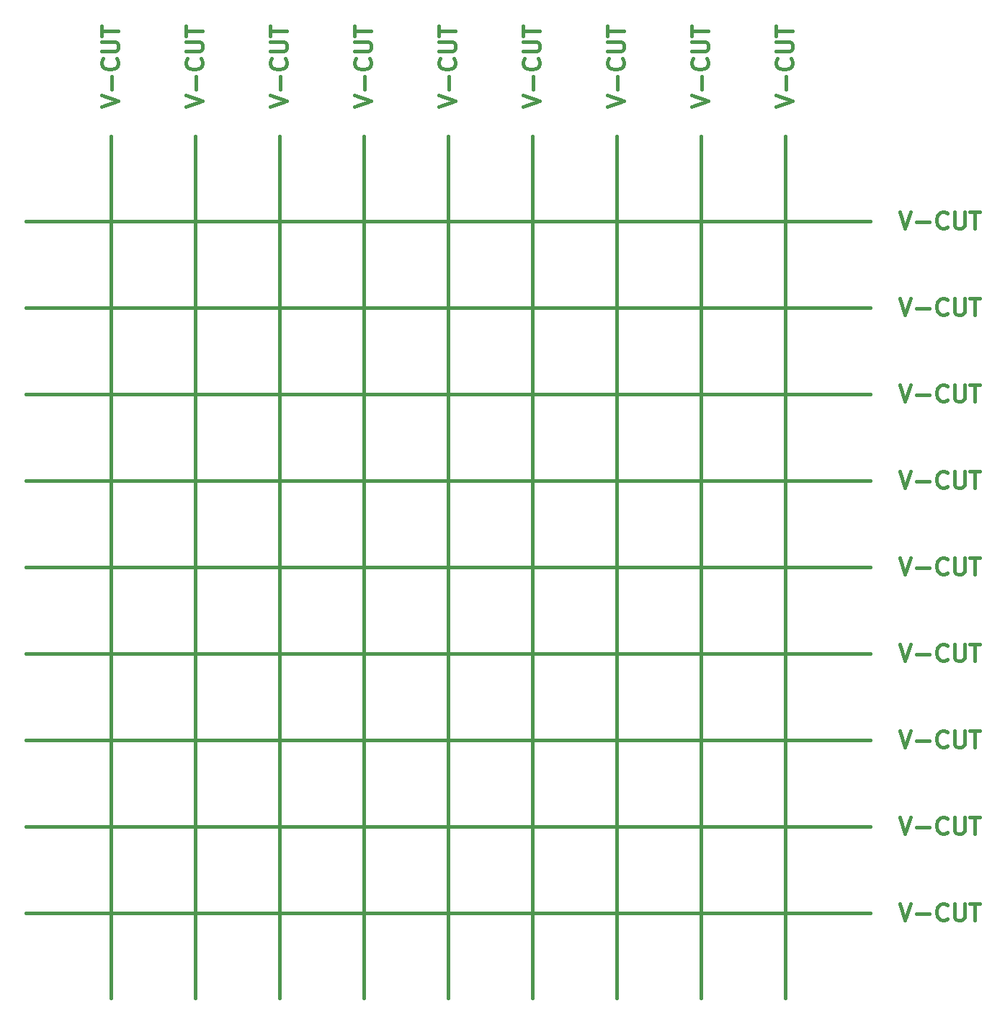
<source format=gbr>
%TF.GenerationSoftware,KiCad,Pcbnew,7.0.9*%
%TF.CreationDate,2023-12-13T08:56:46-08:00*%
%TF.ProjectId,panel,70616e65-6c2e-46b6-9963-61645f706362,rev?*%
%TF.SameCoordinates,Original*%
%TF.FileFunction,Other,Comment*%
%FSLAX46Y46*%
G04 Gerber Fmt 4.6, Leading zero omitted, Abs format (unit mm)*
G04 Created by KiCad (PCBNEW 7.0.9) date 2023-12-13 08:56:46*
%MOMM*%
%LPD*%
G01*
G04 APERTURE LIST*
%ADD10C,0.400000*%
G04 APERTURE END LIST*
D10*
X99701633Y-26224438D02*
X100368299Y-28224438D01*
X100368299Y-28224438D02*
X101034966Y-26224438D01*
X101701633Y-27462533D02*
X103225443Y-27462533D01*
X105320680Y-28033961D02*
X105225442Y-28129200D01*
X105225442Y-28129200D02*
X104939728Y-28224438D01*
X104939728Y-28224438D02*
X104749252Y-28224438D01*
X104749252Y-28224438D02*
X104463537Y-28129200D01*
X104463537Y-28129200D02*
X104273061Y-27938723D01*
X104273061Y-27938723D02*
X104177823Y-27748247D01*
X104177823Y-27748247D02*
X104082585Y-27367295D01*
X104082585Y-27367295D02*
X104082585Y-27081580D01*
X104082585Y-27081580D02*
X104177823Y-26700628D01*
X104177823Y-26700628D02*
X104273061Y-26510152D01*
X104273061Y-26510152D02*
X104463537Y-26319676D01*
X104463537Y-26319676D02*
X104749252Y-26224438D01*
X104749252Y-26224438D02*
X104939728Y-26224438D01*
X104939728Y-26224438D02*
X105225442Y-26319676D01*
X105225442Y-26319676D02*
X105320680Y-26414914D01*
X106177823Y-26224438D02*
X106177823Y-27843485D01*
X106177823Y-27843485D02*
X106273061Y-28033961D01*
X106273061Y-28033961D02*
X106368299Y-28129200D01*
X106368299Y-28129200D02*
X106558775Y-28224438D01*
X106558775Y-28224438D02*
X106939728Y-28224438D01*
X106939728Y-28224438D02*
X107130204Y-28129200D01*
X107130204Y-28129200D02*
X107225442Y-28033961D01*
X107225442Y-28033961D02*
X107320680Y-27843485D01*
X107320680Y-27843485D02*
X107320680Y-26224438D01*
X107987347Y-26224438D02*
X109130204Y-26224438D01*
X108558775Y-28224438D02*
X108558775Y-26224438D01*
X99701633Y-56704438D02*
X100368299Y-58704438D01*
X100368299Y-58704438D02*
X101034966Y-56704438D01*
X101701633Y-57942533D02*
X103225443Y-57942533D01*
X105320680Y-58513961D02*
X105225442Y-58609200D01*
X105225442Y-58609200D02*
X104939728Y-58704438D01*
X104939728Y-58704438D02*
X104749252Y-58704438D01*
X104749252Y-58704438D02*
X104463537Y-58609200D01*
X104463537Y-58609200D02*
X104273061Y-58418723D01*
X104273061Y-58418723D02*
X104177823Y-58228247D01*
X104177823Y-58228247D02*
X104082585Y-57847295D01*
X104082585Y-57847295D02*
X104082585Y-57561580D01*
X104082585Y-57561580D02*
X104177823Y-57180628D01*
X104177823Y-57180628D02*
X104273061Y-56990152D01*
X104273061Y-56990152D02*
X104463537Y-56799676D01*
X104463537Y-56799676D02*
X104749252Y-56704438D01*
X104749252Y-56704438D02*
X104939728Y-56704438D01*
X104939728Y-56704438D02*
X105225442Y-56799676D01*
X105225442Y-56799676D02*
X105320680Y-56894914D01*
X106177823Y-56704438D02*
X106177823Y-58323485D01*
X106177823Y-58323485D02*
X106273061Y-58513961D01*
X106273061Y-58513961D02*
X106368299Y-58609200D01*
X106368299Y-58609200D02*
X106558775Y-58704438D01*
X106558775Y-58704438D02*
X106939728Y-58704438D01*
X106939728Y-58704438D02*
X107130204Y-58609200D01*
X107130204Y-58609200D02*
X107225442Y-58513961D01*
X107225442Y-58513961D02*
X107320680Y-58323485D01*
X107320680Y-58323485D02*
X107320680Y-56704438D01*
X107987347Y-56704438D02*
X109130204Y-56704438D01*
X108558775Y-58704438D02*
X108558775Y-56704438D01*
X45527438Y6453634D02*
X47527438Y7120300D01*
X47527438Y7120300D02*
X45527438Y7786967D01*
X46765533Y8453634D02*
X46765533Y9977443D01*
X47336961Y12072681D02*
X47432200Y11977443D01*
X47432200Y11977443D02*
X47527438Y11691729D01*
X47527438Y11691729D02*
X47527438Y11501253D01*
X47527438Y11501253D02*
X47432200Y11215538D01*
X47432200Y11215538D02*
X47241723Y11025062D01*
X47241723Y11025062D02*
X47051247Y10929824D01*
X47051247Y10929824D02*
X46670295Y10834586D01*
X46670295Y10834586D02*
X46384580Y10834586D01*
X46384580Y10834586D02*
X46003628Y10929824D01*
X46003628Y10929824D02*
X45813152Y11025062D01*
X45813152Y11025062D02*
X45622676Y11215538D01*
X45622676Y11215538D02*
X45527438Y11501253D01*
X45527438Y11501253D02*
X45527438Y11691729D01*
X45527438Y11691729D02*
X45622676Y11977443D01*
X45622676Y11977443D02*
X45717914Y12072681D01*
X45527438Y12929824D02*
X47146485Y12929824D01*
X47146485Y12929824D02*
X47336961Y13025062D01*
X47336961Y13025062D02*
X47432200Y13120300D01*
X47432200Y13120300D02*
X47527438Y13310776D01*
X47527438Y13310776D02*
X47527438Y13691729D01*
X47527438Y13691729D02*
X47432200Y13882205D01*
X47432200Y13882205D02*
X47336961Y13977443D01*
X47336961Y13977443D02*
X47146485Y14072681D01*
X47146485Y14072681D02*
X45527438Y14072681D01*
X45527438Y14739348D02*
X45527438Y15882205D01*
X47527438Y15310776D02*
X45527438Y15310776D01*
X25717438Y6453634D02*
X27717438Y7120300D01*
X27717438Y7120300D02*
X25717438Y7786967D01*
X26955533Y8453634D02*
X26955533Y9977443D01*
X27526961Y12072681D02*
X27622200Y11977443D01*
X27622200Y11977443D02*
X27717438Y11691729D01*
X27717438Y11691729D02*
X27717438Y11501253D01*
X27717438Y11501253D02*
X27622200Y11215538D01*
X27622200Y11215538D02*
X27431723Y11025062D01*
X27431723Y11025062D02*
X27241247Y10929824D01*
X27241247Y10929824D02*
X26860295Y10834586D01*
X26860295Y10834586D02*
X26574580Y10834586D01*
X26574580Y10834586D02*
X26193628Y10929824D01*
X26193628Y10929824D02*
X26003152Y11025062D01*
X26003152Y11025062D02*
X25812676Y11215538D01*
X25812676Y11215538D02*
X25717438Y11501253D01*
X25717438Y11501253D02*
X25717438Y11691729D01*
X25717438Y11691729D02*
X25812676Y11977443D01*
X25812676Y11977443D02*
X25907914Y12072681D01*
X25717438Y12929824D02*
X27336485Y12929824D01*
X27336485Y12929824D02*
X27526961Y13025062D01*
X27526961Y13025062D02*
X27622200Y13120300D01*
X27622200Y13120300D02*
X27717438Y13310776D01*
X27717438Y13310776D02*
X27717438Y13691729D01*
X27717438Y13691729D02*
X27622200Y13882205D01*
X27622200Y13882205D02*
X27526961Y13977443D01*
X27526961Y13977443D02*
X27336485Y14072681D01*
X27336485Y14072681D02*
X25717438Y14072681D01*
X25717438Y14739348D02*
X25717438Y15882205D01*
X27717438Y15310776D02*
X25717438Y15310776D01*
X99701633Y-5904438D02*
X100368299Y-7904438D01*
X100368299Y-7904438D02*
X101034966Y-5904438D01*
X101701633Y-7142533D02*
X103225443Y-7142533D01*
X105320680Y-7713961D02*
X105225442Y-7809200D01*
X105225442Y-7809200D02*
X104939728Y-7904438D01*
X104939728Y-7904438D02*
X104749252Y-7904438D01*
X104749252Y-7904438D02*
X104463537Y-7809200D01*
X104463537Y-7809200D02*
X104273061Y-7618723D01*
X104273061Y-7618723D02*
X104177823Y-7428247D01*
X104177823Y-7428247D02*
X104082585Y-7047295D01*
X104082585Y-7047295D02*
X104082585Y-6761580D01*
X104082585Y-6761580D02*
X104177823Y-6380628D01*
X104177823Y-6380628D02*
X104273061Y-6190152D01*
X104273061Y-6190152D02*
X104463537Y-5999676D01*
X104463537Y-5999676D02*
X104749252Y-5904438D01*
X104749252Y-5904438D02*
X104939728Y-5904438D01*
X104939728Y-5904438D02*
X105225442Y-5999676D01*
X105225442Y-5999676D02*
X105320680Y-6094914D01*
X106177823Y-5904438D02*
X106177823Y-7523485D01*
X106177823Y-7523485D02*
X106273061Y-7713961D01*
X106273061Y-7713961D02*
X106368299Y-7809200D01*
X106368299Y-7809200D02*
X106558775Y-7904438D01*
X106558775Y-7904438D02*
X106939728Y-7904438D01*
X106939728Y-7904438D02*
X107130204Y-7809200D01*
X107130204Y-7809200D02*
X107225442Y-7713961D01*
X107225442Y-7713961D02*
X107320680Y-7523485D01*
X107320680Y-7523485D02*
X107320680Y-5904438D01*
X107987347Y-5904438D02*
X109130204Y-5904438D01*
X108558775Y-7904438D02*
X108558775Y-5904438D01*
X15807438Y6453634D02*
X17807438Y7120300D01*
X17807438Y7120300D02*
X15807438Y7786967D01*
X17045533Y8453634D02*
X17045533Y9977443D01*
X17616961Y12072681D02*
X17712200Y11977443D01*
X17712200Y11977443D02*
X17807438Y11691729D01*
X17807438Y11691729D02*
X17807438Y11501253D01*
X17807438Y11501253D02*
X17712200Y11215538D01*
X17712200Y11215538D02*
X17521723Y11025062D01*
X17521723Y11025062D02*
X17331247Y10929824D01*
X17331247Y10929824D02*
X16950295Y10834586D01*
X16950295Y10834586D02*
X16664580Y10834586D01*
X16664580Y10834586D02*
X16283628Y10929824D01*
X16283628Y10929824D02*
X16093152Y11025062D01*
X16093152Y11025062D02*
X15902676Y11215538D01*
X15902676Y11215538D02*
X15807438Y11501253D01*
X15807438Y11501253D02*
X15807438Y11691729D01*
X15807438Y11691729D02*
X15902676Y11977443D01*
X15902676Y11977443D02*
X15997914Y12072681D01*
X15807438Y12929824D02*
X17426485Y12929824D01*
X17426485Y12929824D02*
X17616961Y13025062D01*
X17616961Y13025062D02*
X17712200Y13120300D01*
X17712200Y13120300D02*
X17807438Y13310776D01*
X17807438Y13310776D02*
X17807438Y13691729D01*
X17807438Y13691729D02*
X17712200Y13882205D01*
X17712200Y13882205D02*
X17616961Y13977443D01*
X17616961Y13977443D02*
X17426485Y14072681D01*
X17426485Y14072681D02*
X15807438Y14072681D01*
X15807438Y14739348D02*
X15807438Y15882205D01*
X17807438Y15310776D02*
X15807438Y15310776D01*
X99701633Y-46544438D02*
X100368299Y-48544438D01*
X100368299Y-48544438D02*
X101034966Y-46544438D01*
X101701633Y-47782533D02*
X103225443Y-47782533D01*
X105320680Y-48353961D02*
X105225442Y-48449200D01*
X105225442Y-48449200D02*
X104939728Y-48544438D01*
X104939728Y-48544438D02*
X104749252Y-48544438D01*
X104749252Y-48544438D02*
X104463537Y-48449200D01*
X104463537Y-48449200D02*
X104273061Y-48258723D01*
X104273061Y-48258723D02*
X104177823Y-48068247D01*
X104177823Y-48068247D02*
X104082585Y-47687295D01*
X104082585Y-47687295D02*
X104082585Y-47401580D01*
X104082585Y-47401580D02*
X104177823Y-47020628D01*
X104177823Y-47020628D02*
X104273061Y-46830152D01*
X104273061Y-46830152D02*
X104463537Y-46639676D01*
X104463537Y-46639676D02*
X104749252Y-46544438D01*
X104749252Y-46544438D02*
X104939728Y-46544438D01*
X104939728Y-46544438D02*
X105225442Y-46639676D01*
X105225442Y-46639676D02*
X105320680Y-46734914D01*
X106177823Y-46544438D02*
X106177823Y-48163485D01*
X106177823Y-48163485D02*
X106273061Y-48353961D01*
X106273061Y-48353961D02*
X106368299Y-48449200D01*
X106368299Y-48449200D02*
X106558775Y-48544438D01*
X106558775Y-48544438D02*
X106939728Y-48544438D01*
X106939728Y-48544438D02*
X107130204Y-48449200D01*
X107130204Y-48449200D02*
X107225442Y-48353961D01*
X107225442Y-48353961D02*
X107320680Y-48163485D01*
X107320680Y-48163485D02*
X107320680Y-46544438D01*
X107987347Y-46544438D02*
X109130204Y-46544438D01*
X108558775Y-48544438D02*
X108558775Y-46544438D01*
X55437438Y6453634D02*
X57437438Y7120300D01*
X57437438Y7120300D02*
X55437438Y7786967D01*
X56675533Y8453634D02*
X56675533Y9977443D01*
X57246961Y12072681D02*
X57342200Y11977443D01*
X57342200Y11977443D02*
X57437438Y11691729D01*
X57437438Y11691729D02*
X57437438Y11501253D01*
X57437438Y11501253D02*
X57342200Y11215538D01*
X57342200Y11215538D02*
X57151723Y11025062D01*
X57151723Y11025062D02*
X56961247Y10929824D01*
X56961247Y10929824D02*
X56580295Y10834586D01*
X56580295Y10834586D02*
X56294580Y10834586D01*
X56294580Y10834586D02*
X55913628Y10929824D01*
X55913628Y10929824D02*
X55723152Y11025062D01*
X55723152Y11025062D02*
X55532676Y11215538D01*
X55532676Y11215538D02*
X55437438Y11501253D01*
X55437438Y11501253D02*
X55437438Y11691729D01*
X55437438Y11691729D02*
X55532676Y11977443D01*
X55532676Y11977443D02*
X55627914Y12072681D01*
X55437438Y12929824D02*
X57056485Y12929824D01*
X57056485Y12929824D02*
X57246961Y13025062D01*
X57246961Y13025062D02*
X57342200Y13120300D01*
X57342200Y13120300D02*
X57437438Y13310776D01*
X57437438Y13310776D02*
X57437438Y13691729D01*
X57437438Y13691729D02*
X57342200Y13882205D01*
X57342200Y13882205D02*
X57246961Y13977443D01*
X57246961Y13977443D02*
X57056485Y14072681D01*
X57056485Y14072681D02*
X55437438Y14072681D01*
X55437438Y14739348D02*
X55437438Y15882205D01*
X57437438Y15310776D02*
X55437438Y15310776D01*
X99701633Y-87184438D02*
X100368299Y-89184438D01*
X100368299Y-89184438D02*
X101034966Y-87184438D01*
X101701633Y-88422533D02*
X103225443Y-88422533D01*
X105320680Y-88993961D02*
X105225442Y-89089200D01*
X105225442Y-89089200D02*
X104939728Y-89184438D01*
X104939728Y-89184438D02*
X104749252Y-89184438D01*
X104749252Y-89184438D02*
X104463537Y-89089200D01*
X104463537Y-89089200D02*
X104273061Y-88898723D01*
X104273061Y-88898723D02*
X104177823Y-88708247D01*
X104177823Y-88708247D02*
X104082585Y-88327295D01*
X104082585Y-88327295D02*
X104082585Y-88041580D01*
X104082585Y-88041580D02*
X104177823Y-87660628D01*
X104177823Y-87660628D02*
X104273061Y-87470152D01*
X104273061Y-87470152D02*
X104463537Y-87279676D01*
X104463537Y-87279676D02*
X104749252Y-87184438D01*
X104749252Y-87184438D02*
X104939728Y-87184438D01*
X104939728Y-87184438D02*
X105225442Y-87279676D01*
X105225442Y-87279676D02*
X105320680Y-87374914D01*
X106177823Y-87184438D02*
X106177823Y-88803485D01*
X106177823Y-88803485D02*
X106273061Y-88993961D01*
X106273061Y-88993961D02*
X106368299Y-89089200D01*
X106368299Y-89089200D02*
X106558775Y-89184438D01*
X106558775Y-89184438D02*
X106939728Y-89184438D01*
X106939728Y-89184438D02*
X107130204Y-89089200D01*
X107130204Y-89089200D02*
X107225442Y-88993961D01*
X107225442Y-88993961D02*
X107320680Y-88803485D01*
X107320680Y-88803485D02*
X107320680Y-87184438D01*
X107987347Y-87184438D02*
X109130204Y-87184438D01*
X108558775Y-89184438D02*
X108558775Y-87184438D01*
X99701633Y-77024438D02*
X100368299Y-79024438D01*
X100368299Y-79024438D02*
X101034966Y-77024438D01*
X101701633Y-78262533D02*
X103225443Y-78262533D01*
X105320680Y-78833961D02*
X105225442Y-78929200D01*
X105225442Y-78929200D02*
X104939728Y-79024438D01*
X104939728Y-79024438D02*
X104749252Y-79024438D01*
X104749252Y-79024438D02*
X104463537Y-78929200D01*
X104463537Y-78929200D02*
X104273061Y-78738723D01*
X104273061Y-78738723D02*
X104177823Y-78548247D01*
X104177823Y-78548247D02*
X104082585Y-78167295D01*
X104082585Y-78167295D02*
X104082585Y-77881580D01*
X104082585Y-77881580D02*
X104177823Y-77500628D01*
X104177823Y-77500628D02*
X104273061Y-77310152D01*
X104273061Y-77310152D02*
X104463537Y-77119676D01*
X104463537Y-77119676D02*
X104749252Y-77024438D01*
X104749252Y-77024438D02*
X104939728Y-77024438D01*
X104939728Y-77024438D02*
X105225442Y-77119676D01*
X105225442Y-77119676D02*
X105320680Y-77214914D01*
X106177823Y-77024438D02*
X106177823Y-78643485D01*
X106177823Y-78643485D02*
X106273061Y-78833961D01*
X106273061Y-78833961D02*
X106368299Y-78929200D01*
X106368299Y-78929200D02*
X106558775Y-79024438D01*
X106558775Y-79024438D02*
X106939728Y-79024438D01*
X106939728Y-79024438D02*
X107130204Y-78929200D01*
X107130204Y-78929200D02*
X107225442Y-78833961D01*
X107225442Y-78833961D02*
X107320680Y-78643485D01*
X107320680Y-78643485D02*
X107320680Y-77024438D01*
X107987347Y-77024438D02*
X109130204Y-77024438D01*
X108558775Y-79024438D02*
X108558775Y-77024438D01*
X65337438Y6453634D02*
X67337438Y7120300D01*
X67337438Y7120300D02*
X65337438Y7786967D01*
X66575533Y8453634D02*
X66575533Y9977443D01*
X67146961Y12072681D02*
X67242200Y11977443D01*
X67242200Y11977443D02*
X67337438Y11691729D01*
X67337438Y11691729D02*
X67337438Y11501253D01*
X67337438Y11501253D02*
X67242200Y11215538D01*
X67242200Y11215538D02*
X67051723Y11025062D01*
X67051723Y11025062D02*
X66861247Y10929824D01*
X66861247Y10929824D02*
X66480295Y10834586D01*
X66480295Y10834586D02*
X66194580Y10834586D01*
X66194580Y10834586D02*
X65813628Y10929824D01*
X65813628Y10929824D02*
X65623152Y11025062D01*
X65623152Y11025062D02*
X65432676Y11215538D01*
X65432676Y11215538D02*
X65337438Y11501253D01*
X65337438Y11501253D02*
X65337438Y11691729D01*
X65337438Y11691729D02*
X65432676Y11977443D01*
X65432676Y11977443D02*
X65527914Y12072681D01*
X65337438Y12929824D02*
X66956485Y12929824D01*
X66956485Y12929824D02*
X67146961Y13025062D01*
X67146961Y13025062D02*
X67242200Y13120300D01*
X67242200Y13120300D02*
X67337438Y13310776D01*
X67337438Y13310776D02*
X67337438Y13691729D01*
X67337438Y13691729D02*
X67242200Y13882205D01*
X67242200Y13882205D02*
X67146961Y13977443D01*
X67146961Y13977443D02*
X66956485Y14072681D01*
X66956485Y14072681D02*
X65337438Y14072681D01*
X65337438Y14739348D02*
X65337438Y15882205D01*
X67337438Y15310776D02*
X65337438Y15310776D01*
X35617438Y6453634D02*
X37617438Y7120300D01*
X37617438Y7120300D02*
X35617438Y7786967D01*
X36855533Y8453634D02*
X36855533Y9977443D01*
X37426961Y12072681D02*
X37522200Y11977443D01*
X37522200Y11977443D02*
X37617438Y11691729D01*
X37617438Y11691729D02*
X37617438Y11501253D01*
X37617438Y11501253D02*
X37522200Y11215538D01*
X37522200Y11215538D02*
X37331723Y11025062D01*
X37331723Y11025062D02*
X37141247Y10929824D01*
X37141247Y10929824D02*
X36760295Y10834586D01*
X36760295Y10834586D02*
X36474580Y10834586D01*
X36474580Y10834586D02*
X36093628Y10929824D01*
X36093628Y10929824D02*
X35903152Y11025062D01*
X35903152Y11025062D02*
X35712676Y11215538D01*
X35712676Y11215538D02*
X35617438Y11501253D01*
X35617438Y11501253D02*
X35617438Y11691729D01*
X35617438Y11691729D02*
X35712676Y11977443D01*
X35712676Y11977443D02*
X35807914Y12072681D01*
X35617438Y12929824D02*
X37236485Y12929824D01*
X37236485Y12929824D02*
X37426961Y13025062D01*
X37426961Y13025062D02*
X37522200Y13120300D01*
X37522200Y13120300D02*
X37617438Y13310776D01*
X37617438Y13310776D02*
X37617438Y13691729D01*
X37617438Y13691729D02*
X37522200Y13882205D01*
X37522200Y13882205D02*
X37426961Y13977443D01*
X37426961Y13977443D02*
X37236485Y14072681D01*
X37236485Y14072681D02*
X35617438Y14072681D01*
X35617438Y14739348D02*
X35617438Y15882205D01*
X37617438Y15310776D02*
X35617438Y15310776D01*
X75247438Y6453634D02*
X77247438Y7120300D01*
X77247438Y7120300D02*
X75247438Y7786967D01*
X76485533Y8453634D02*
X76485533Y9977443D01*
X77056961Y12072681D02*
X77152200Y11977443D01*
X77152200Y11977443D02*
X77247438Y11691729D01*
X77247438Y11691729D02*
X77247438Y11501253D01*
X77247438Y11501253D02*
X77152200Y11215538D01*
X77152200Y11215538D02*
X76961723Y11025062D01*
X76961723Y11025062D02*
X76771247Y10929824D01*
X76771247Y10929824D02*
X76390295Y10834586D01*
X76390295Y10834586D02*
X76104580Y10834586D01*
X76104580Y10834586D02*
X75723628Y10929824D01*
X75723628Y10929824D02*
X75533152Y11025062D01*
X75533152Y11025062D02*
X75342676Y11215538D01*
X75342676Y11215538D02*
X75247438Y11501253D01*
X75247438Y11501253D02*
X75247438Y11691729D01*
X75247438Y11691729D02*
X75342676Y11977443D01*
X75342676Y11977443D02*
X75437914Y12072681D01*
X75247438Y12929824D02*
X76866485Y12929824D01*
X76866485Y12929824D02*
X77056961Y13025062D01*
X77056961Y13025062D02*
X77152200Y13120300D01*
X77152200Y13120300D02*
X77247438Y13310776D01*
X77247438Y13310776D02*
X77247438Y13691729D01*
X77247438Y13691729D02*
X77152200Y13882205D01*
X77152200Y13882205D02*
X77056961Y13977443D01*
X77056961Y13977443D02*
X76866485Y14072681D01*
X76866485Y14072681D02*
X75247438Y14072681D01*
X75247438Y14739348D02*
X75247438Y15882205D01*
X77247438Y15310776D02*
X75247438Y15310776D01*
X99701633Y-16064438D02*
X100368299Y-18064438D01*
X100368299Y-18064438D02*
X101034966Y-16064438D01*
X101701633Y-17302533D02*
X103225443Y-17302533D01*
X105320680Y-17873961D02*
X105225442Y-17969200D01*
X105225442Y-17969200D02*
X104939728Y-18064438D01*
X104939728Y-18064438D02*
X104749252Y-18064438D01*
X104749252Y-18064438D02*
X104463537Y-17969200D01*
X104463537Y-17969200D02*
X104273061Y-17778723D01*
X104273061Y-17778723D02*
X104177823Y-17588247D01*
X104177823Y-17588247D02*
X104082585Y-17207295D01*
X104082585Y-17207295D02*
X104082585Y-16921580D01*
X104082585Y-16921580D02*
X104177823Y-16540628D01*
X104177823Y-16540628D02*
X104273061Y-16350152D01*
X104273061Y-16350152D02*
X104463537Y-16159676D01*
X104463537Y-16159676D02*
X104749252Y-16064438D01*
X104749252Y-16064438D02*
X104939728Y-16064438D01*
X104939728Y-16064438D02*
X105225442Y-16159676D01*
X105225442Y-16159676D02*
X105320680Y-16254914D01*
X106177823Y-16064438D02*
X106177823Y-17683485D01*
X106177823Y-17683485D02*
X106273061Y-17873961D01*
X106273061Y-17873961D02*
X106368299Y-17969200D01*
X106368299Y-17969200D02*
X106558775Y-18064438D01*
X106558775Y-18064438D02*
X106939728Y-18064438D01*
X106939728Y-18064438D02*
X107130204Y-17969200D01*
X107130204Y-17969200D02*
X107225442Y-17873961D01*
X107225442Y-17873961D02*
X107320680Y-17683485D01*
X107320680Y-17683485D02*
X107320680Y-16064438D01*
X107987347Y-16064438D02*
X109130204Y-16064438D01*
X108558775Y-18064438D02*
X108558775Y-16064438D01*
X99701633Y-66864438D02*
X100368299Y-68864438D01*
X100368299Y-68864438D02*
X101034966Y-66864438D01*
X101701633Y-68102533D02*
X103225443Y-68102533D01*
X105320680Y-68673961D02*
X105225442Y-68769200D01*
X105225442Y-68769200D02*
X104939728Y-68864438D01*
X104939728Y-68864438D02*
X104749252Y-68864438D01*
X104749252Y-68864438D02*
X104463537Y-68769200D01*
X104463537Y-68769200D02*
X104273061Y-68578723D01*
X104273061Y-68578723D02*
X104177823Y-68388247D01*
X104177823Y-68388247D02*
X104082585Y-68007295D01*
X104082585Y-68007295D02*
X104082585Y-67721580D01*
X104082585Y-67721580D02*
X104177823Y-67340628D01*
X104177823Y-67340628D02*
X104273061Y-67150152D01*
X104273061Y-67150152D02*
X104463537Y-66959676D01*
X104463537Y-66959676D02*
X104749252Y-66864438D01*
X104749252Y-66864438D02*
X104939728Y-66864438D01*
X104939728Y-66864438D02*
X105225442Y-66959676D01*
X105225442Y-66959676D02*
X105320680Y-67054914D01*
X106177823Y-66864438D02*
X106177823Y-68483485D01*
X106177823Y-68483485D02*
X106273061Y-68673961D01*
X106273061Y-68673961D02*
X106368299Y-68769200D01*
X106368299Y-68769200D02*
X106558775Y-68864438D01*
X106558775Y-68864438D02*
X106939728Y-68864438D01*
X106939728Y-68864438D02*
X107130204Y-68769200D01*
X107130204Y-68769200D02*
X107225442Y-68673961D01*
X107225442Y-68673961D02*
X107320680Y-68483485D01*
X107320680Y-68483485D02*
X107320680Y-66864438D01*
X107987347Y-66864438D02*
X109130204Y-66864438D01*
X108558775Y-68864438D02*
X108558775Y-66864438D01*
X99701633Y-36384438D02*
X100368299Y-38384438D01*
X100368299Y-38384438D02*
X101034966Y-36384438D01*
X101701633Y-37622533D02*
X103225443Y-37622533D01*
X105320680Y-38193961D02*
X105225442Y-38289200D01*
X105225442Y-38289200D02*
X104939728Y-38384438D01*
X104939728Y-38384438D02*
X104749252Y-38384438D01*
X104749252Y-38384438D02*
X104463537Y-38289200D01*
X104463537Y-38289200D02*
X104273061Y-38098723D01*
X104273061Y-38098723D02*
X104177823Y-37908247D01*
X104177823Y-37908247D02*
X104082585Y-37527295D01*
X104082585Y-37527295D02*
X104082585Y-37241580D01*
X104082585Y-37241580D02*
X104177823Y-36860628D01*
X104177823Y-36860628D02*
X104273061Y-36670152D01*
X104273061Y-36670152D02*
X104463537Y-36479676D01*
X104463537Y-36479676D02*
X104749252Y-36384438D01*
X104749252Y-36384438D02*
X104939728Y-36384438D01*
X104939728Y-36384438D02*
X105225442Y-36479676D01*
X105225442Y-36479676D02*
X105320680Y-36574914D01*
X106177823Y-36384438D02*
X106177823Y-38003485D01*
X106177823Y-38003485D02*
X106273061Y-38193961D01*
X106273061Y-38193961D02*
X106368299Y-38289200D01*
X106368299Y-38289200D02*
X106558775Y-38384438D01*
X106558775Y-38384438D02*
X106939728Y-38384438D01*
X106939728Y-38384438D02*
X107130204Y-38289200D01*
X107130204Y-38289200D02*
X107225442Y-38193961D01*
X107225442Y-38193961D02*
X107320680Y-38003485D01*
X107320680Y-38003485D02*
X107320680Y-36384438D01*
X107987347Y-36384438D02*
X109130204Y-36384438D01*
X108558775Y-38384438D02*
X108558775Y-36384438D01*
X85157438Y6453634D02*
X87157438Y7120300D01*
X87157438Y7120300D02*
X85157438Y7786967D01*
X86395533Y8453634D02*
X86395533Y9977443D01*
X86966961Y12072681D02*
X87062200Y11977443D01*
X87062200Y11977443D02*
X87157438Y11691729D01*
X87157438Y11691729D02*
X87157438Y11501253D01*
X87157438Y11501253D02*
X87062200Y11215538D01*
X87062200Y11215538D02*
X86871723Y11025062D01*
X86871723Y11025062D02*
X86681247Y10929824D01*
X86681247Y10929824D02*
X86300295Y10834586D01*
X86300295Y10834586D02*
X86014580Y10834586D01*
X86014580Y10834586D02*
X85633628Y10929824D01*
X85633628Y10929824D02*
X85443152Y11025062D01*
X85443152Y11025062D02*
X85252676Y11215538D01*
X85252676Y11215538D02*
X85157438Y11501253D01*
X85157438Y11501253D02*
X85157438Y11691729D01*
X85157438Y11691729D02*
X85252676Y11977443D01*
X85252676Y11977443D02*
X85347914Y12072681D01*
X85157438Y12929824D02*
X86776485Y12929824D01*
X86776485Y12929824D02*
X86966961Y13025062D01*
X86966961Y13025062D02*
X87062200Y13120300D01*
X87062200Y13120300D02*
X87157438Y13310776D01*
X87157438Y13310776D02*
X87157438Y13691729D01*
X87157438Y13691729D02*
X87062200Y13882205D01*
X87062200Y13882205D02*
X86966961Y13977443D01*
X86966961Y13977443D02*
X86776485Y14072681D01*
X86776485Y14072681D02*
X85157438Y14072681D01*
X85157438Y14739348D02*
X85157438Y15882205D01*
X87157438Y15310776D02*
X85157438Y15310776D01*
X5907438Y6453634D02*
X7907438Y7120300D01*
X7907438Y7120300D02*
X5907438Y7786967D01*
X7145533Y8453634D02*
X7145533Y9977443D01*
X7716961Y12072681D02*
X7812200Y11977443D01*
X7812200Y11977443D02*
X7907438Y11691729D01*
X7907438Y11691729D02*
X7907438Y11501253D01*
X7907438Y11501253D02*
X7812200Y11215538D01*
X7812200Y11215538D02*
X7621723Y11025062D01*
X7621723Y11025062D02*
X7431247Y10929824D01*
X7431247Y10929824D02*
X7050295Y10834586D01*
X7050295Y10834586D02*
X6764580Y10834586D01*
X6764580Y10834586D02*
X6383628Y10929824D01*
X6383628Y10929824D02*
X6193152Y11025062D01*
X6193152Y11025062D02*
X6002676Y11215538D01*
X6002676Y11215538D02*
X5907438Y11501253D01*
X5907438Y11501253D02*
X5907438Y11691729D01*
X5907438Y11691729D02*
X6002676Y11977443D01*
X6002676Y11977443D02*
X6097914Y12072681D01*
X5907438Y12929824D02*
X7526485Y12929824D01*
X7526485Y12929824D02*
X7716961Y13025062D01*
X7716961Y13025062D02*
X7812200Y13120300D01*
X7812200Y13120300D02*
X7907438Y13310776D01*
X7907438Y13310776D02*
X7907438Y13691729D01*
X7907438Y13691729D02*
X7812200Y13882205D01*
X7812200Y13882205D02*
X7716961Y13977443D01*
X7716961Y13977443D02*
X7526485Y14072681D01*
X7526485Y14072681D02*
X5907438Y14072681D01*
X5907438Y14739348D02*
X5907438Y15882205D01*
X7907438Y15310776D02*
X5907438Y15310776D01*
X-3000000Y-17160000D02*
X96248000Y-17160000D01*
X16903000Y3000000D02*
X16903000Y-98280000D01*
X66433000Y3000000D02*
X66433000Y-98280000D01*
X-3000000Y-37480000D02*
X96248000Y-37480000D01*
X-3000000Y-57800000D02*
X96248000Y-57800000D01*
X86253000Y3000000D02*
X86253000Y-98280000D01*
X-3000000Y-67960000D02*
X96248000Y-67960000D01*
X7003000Y3000000D02*
X7003000Y-98280000D01*
X-3000000Y-88280000D02*
X96248000Y-88280000D01*
X46623000Y3000000D02*
X46623000Y-98280000D01*
X36713000Y3000000D02*
X36713000Y-98280000D01*
X26813000Y3000000D02*
X26813000Y-98280000D01*
X76343000Y3000000D02*
X76343000Y-98280000D01*
X-3000000Y-78120000D02*
X96248000Y-78120000D01*
X56533000Y3000000D02*
X56533000Y-98280000D01*
X-3000000Y-47640000D02*
X96248000Y-47640000D01*
X-3000000Y-7000000D02*
X96248000Y-7000000D01*
X-3000000Y-27320000D02*
X96248000Y-27320000D01*
M02*

</source>
